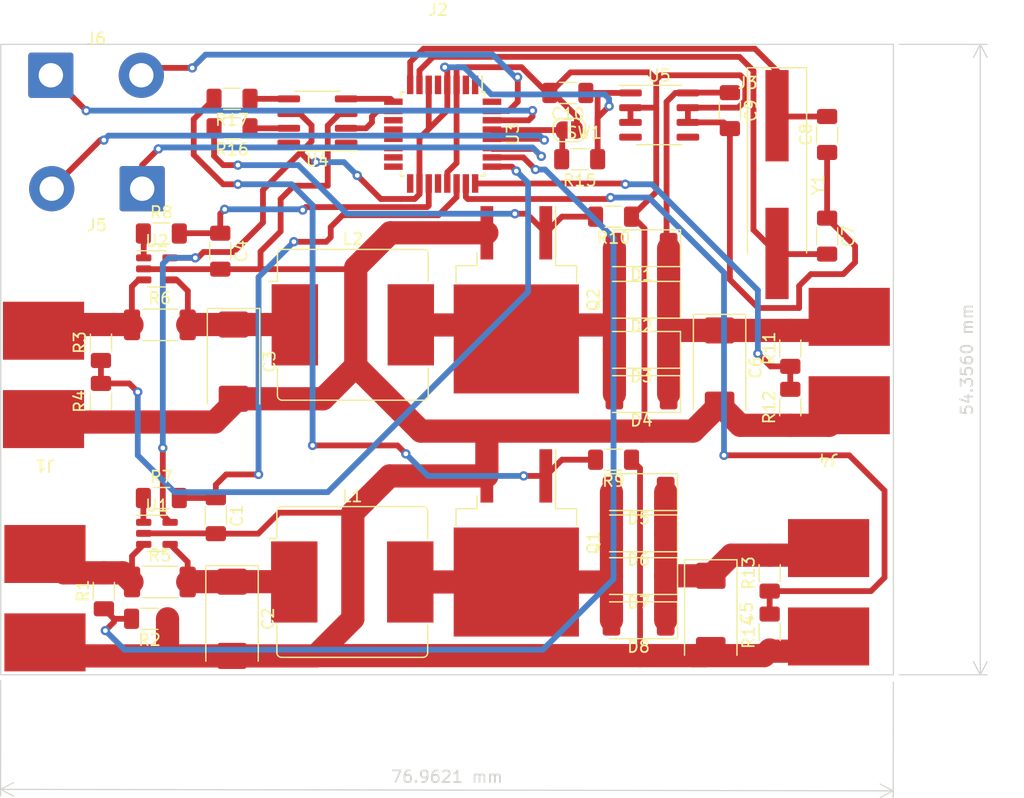
<source format=kicad_pcb>
(kicad_pcb (version 20211014) (generator pcbnew)
  (layers (0 "F.Cu" signal) (31 "B.Cu" signal) (34 "B.Paste" user) (35 "F.Paste" user) (36 "B.SilkS" user "B.Silkscreen") (37 "F.SilkS" user "F.Silkscreen") (38 "B.Mask" user) (39 "F.Mask" user) (44 "Edge.Cuts" user))
  (net 0 "")
  (net 1 "I2in")
  (net 2 "GND")
  (net 3 "Net-(C2-Pad1)")
  (net 4 "Net-(C3-Pad1)")
  (net 5 "I1in")
  (net 6 "+BATT")
  (net 7 "Net-(C7-Pad2)")
  (net 8 "Net-(C8-Pad2)")
  (net 9 "+5V")
  (net 10 "Net-(D1-Pad2)")
  (net 11 "Net-(D5-Pad2)")
  (net 12 "VCC")
  (net 13 "VAA")
  (net 14 "Net-(J5-Pad1)")
  (net 15 "Net-(J5-Pad2)")
  (net 16 "Net-(J6-Pad1)")
  (net 17 "Net-(J6-Pad2)")
  (net 18 "Mosfet2")
  (net 19 "Mosfet1")
  (net 20 "U2in")
  (net 21 "U1in")
  (net 22 "Net-(R7-Pad1)")
  (net 23 "Net-(R8-Pad1)")
  (net 24 "U1out")
  (net 25 "U2out")
  (net 26 "Net-(R15-Pad2)")
  (net 27 "Net-(R16-Pad1)")
  (net 28 "Net-(R17-Pad1)")
  (net 31 "Pulse1")
  (net 32 "Pulse2")
  (footprint "Resistor_SMD:R_2010_5025Metric_Pad1.40x2.65mm_HandSolder" (layer "F.Cu") (at 36.957 58.855)
    (fp_text reference "R6")
    (fp_text value "10m")
  )
  (footprint "Resistor_SMD:R_1206_3216Metric_Pad1.30x1.75mm_HandSolder" (layer "F.Cu") (at 43.18 39.37 180)
    (fp_text reference "R17")
    (fp_text value "300")
  )
  (footprint "Crystal:Crystal_SMD_HC49-SD_HandSoldering" (layer "F.Cu") (at 90.17 46.762 -90)
    (fp_text reference "Y1")
    (fp_text value "16.00M-SMDHC49S")
  )
  (footprint "Package_SO:SOIC-8_3.9x4.9mm_P1.27mm" (layer "F.Cu") (at 80.01 40.767)
    (fp_text reference "U5")
    (fp_text value "L78L15_SO8")
  )
  (footprint "Capacitor_Tantalum_SMD:CP_EIA-7343-15_Kemet-W_Pad2.25x2.55mm_HandSolder" (layer "F.Cu") (at 43.18 84.201 -90)
    (fp_text reference "C2")
    (fp_text value "10u")
  )
  (footprint "Diode_SMD:D_2010_5025Metric_Pad1.52x2.65mm_HandSolder" (layer "F.Cu") (at 78.232 84.328 180)
    (fp_text reference "D8")
    (fp_text value "STPS140A")
  )
  (footprint "moje:PowerPad" (layer "F.Cu") (at 26.924 59.363 180)
    (fp_text reference "J2")
    (fp_text value "In")
  )
  (footprint "Package_TO_SOT_SMD:SOT-23-5" (layer "F.Cu") (at 36.703 54.029)
    (fp_text reference "U2")
    (fp_text value "AD8211")
  )
  (footprint "Connector_Wire:SolderWire-1.5sqmm_1x02_P7.8mm_D1.7mm_OD3.9mm" (layer "F.Cu") (at 35.433 47.117 180)
    (fp_text reference "J5")
    (fp_text value "I2C")
  )
  (footprint "Resistor_SMD:R_1206_3216Metric_Pad1.30x1.75mm_HandSolder" (layer "F.Cu") (at 72.136 38.862 180)
    (fp_text reference "C10")
    (fp_text value "100n")
  )
  (footprint "Package_QFP:TQFP-32_7x7mm_P0.8mm" (layer "F.Cu") (at 61.341 42.418 -90)
    (fp_text reference "U3")
    (fp_text value "ATmega328P-A")
  )
  (footprint "Resistor_SMD:R_1206_3216Metric_Pad1.30x1.75mm_HandSolder" (layer "F.Cu") (at 32.131 81.788 90)
    (fp_text reference "R1")
    (fp_text value "715k")
  )
  (footprint "moje:PowerPad" (layer "F.Cu") (at 27.051 78.613 180)
    (fp_text reference "J1")
    (fp_text value "In")
  )
  (footprint "Resistor_SMD:R_1206_3216Metric_Pad1.30x1.75mm_HandSolder" (layer "F.Cu") (at 31.877 65.459 90)
    (fp_text reference "R4")
    (fp_text value "300k")
  )
  (footprint "Diode_SMD:D_2010_5025Metric_Pad1.52x2.65mm_HandSolder" (layer "F.Cu") (at 78.486 64.824 180)
    (fp_text reference "D4")
    (fp_text value "STPS140A")
  )
  (footprint "Inductor_SMD:L_Bourns_SRR1208_12.7x12.7mm" (layer "F.Cu") (at 53.547 81.026)
    (fp_text reference "L1")
    (fp_text value "100u")
  )
  (footprint "Resistor_SMD:R_1206_3216Metric_Pad1.30x1.75mm_HandSolder" (layer "F.Cu") (at 76.073 49.53 180)
    (fp_text reference "R10")
    (fp_text value "30k")
  )
  (footprint "Jumper:SolderJumper-2_P1.3mm_Open_RoundedPad1.0x1.5mm" (layer "F.Cu") (at 72.263 42.063)
    (fp_text reference "SW1")
    (fp_text value "SW_DIP_x01")
  )
  (footprint "Resistor_SMD:R_1206_3216Metric_Pad1.30x1.75mm_HandSolder" (layer "F.Cu") (at 43.18 41.91 180)
    (fp_text reference "R16")
    (fp_text value "300")
  )
  (footprint "moje:PowerPad" (layer "F.Cu") (at 94.615 78.105 180)
    (fp_text reference "J4")
    (fp_text value "Out")
  )
  (footprint "Diode_SMD:D_2010_5025Metric_Pad1.52x2.65mm_HandSolder" (layer "F.Cu") (at 78.232 73.279 180)
    (fp_text reference "D5")
    (fp_text value "STPS140A")
  )
  (footprint "Capacitor_Tantalum_SMD:CP_EIA-7343-15_Kemet-W_Pad2.25x2.55mm_HandSolder" (layer "F.Cu") (at 85.217 62.538 -90)
    (fp_text reference "C6")
    (fp_text value "22u")
  )
  (footprint "moje:PowerPad" (layer "F.Cu") (at 96.393 58.166 180)
    (fp_text reference "J3")
    (fp_text value "Out")
  )
  (footprint "Resistor_SMD:R_1206_3216Metric_Pad1.30x1.75mm_HandSolder" (layer "F.Cu") (at 76.073 70.485 180)
    (fp_text reference "R9")
    (fp_text value "30k")
  )
  (footprint "Inductor_SMD:L_Bourns_SRR1208_12.7x12.7mm" (layer "F.Cu") (at 53.594 58.855)
    (fp_text reference "L2")
    (fp_text value "100u")
  )
  (footprint "Package_SO:SOIC-8_3.9x4.9mm_P1.27mm" (layer "F.Cu") (at 50.546 41.275 180)
    (fp_text reference "U4")
    (fp_text value "2EDN852x")
  )
  (footprint "Capacitor_Tantalum_SMD:CP_EIA-7343-15_Kemet-W_Pad2.25x2.55mm_HandSolder" (layer "F.Cu") (at 43.307 62.03 -90)
    (fp_text reference "C3")
    (fp_text value "10u")
  )
  (footprint "Diode_SMD:D_2010_5025Metric_Pad1.52x2.65mm_HandSolder" (layer "F.Cu") (at 78.232 76.835 180)
    (fp_text reference "D6")
    (fp_text value "STPS140A")
  )
  (footprint "Diode_SMD:D_2010_5025Metric_Pad1.52x2.65mm_HandSolder" (layer "F.Cu") (at 78.486 56.696 180)
    (fp_text reference "D2")
    (fp_text value "STPS140A")
  )
  (footprint "Resistor_SMD:R_1206_3216Metric_Pad1.30x1.75mm_HandSolder" (layer "F.Cu") (at 73.152 44.577 180)
    (fp_text reference "R15")
    (fp_text value "10k")
  )
  (footprint "Resistor_SMD:R_1206_3216Metric_Pad1.30x1.75mm_HandSolder" (layer "F.Cu") (at 42.164 52.505 -90)
    (fp_text reference "C4")
    (fp_text value "100n")
  )
  (footprint "Connector_Wire:SolderWire-1.5sqmm_1x02_P7.8mm_D1.7mm_OD3.9mm" (layer "F.Cu") (at 27.559 37.338)
    (fp_text reference "J6")
    (fp_text value "UART")
  )
  (footprint "Resistor_SMD:R_1206_3216Metric_Pad1.30x1.75mm_HandSolder" (layer "F.Cu") (at 94.488 42.444 90)
    (fp_text reference "C8")
    (fp_text value "10p")
  )
  (footprint "Package_TO_SOT_SMD:SOT-23-5" (layer "F.Cu") (at 36.703 76.835)
    (fp_text reference "U1")
    (fp_text value "AD8211")
  )
  (footprint "Capacitor_Tantalum_SMD:CP_EIA-7343-15_Kemet-W_Pad2.25x2.55mm_HandSolder" (layer "F.Cu") (at 84.455 83.693 -90)
    (fp_text reference "C5")
    (fp_text value "22u")
  )
  (footprint "Resistor_SMD:R_1206_3216Metric_Pad1.30x1.75mm_HandSolder" (layer "F.Cu") (at 89.535 80.264 90)
    (fp_text reference "R13")
    (fp_text value "715k")
  )
  (footprint "Diode_SMD:D_2010_5025Metric_Pad1.52x2.65mm_HandSolder" (layer "F.Cu") (at 78.232 80.518 180)
    (fp_text reference "D7")
    (fp_text value "STPS140A")
  )
  (footprint "Resistor_SMD:R_2010_5025Metric_Pad1.40x2.65mm_HandSolder" (layer "F.Cu") (at 36.957 81.026)
    (fp_text reference "R5")
    (fp_text value "10m")
  )
  (footprint "Package_TO_SOT_SMD:TO-263-2" (layer "F.Cu") (at 67.691 56.696 -90)
    (fp_text reference "Q2")
    (fp_text value "IRLR2705TRPBF")
  )
  (footprint "Resistor_SMD:R_1206_3216Metric_Pad1.30x1.75mm_HandSolder" (layer "F.Cu") (at 37.084 50.981)
    (fp_text reference "R8")
    (fp_text value "10k")
  )
  (footprint "Resistor_SMD:R_1206_3216Metric_Pad1.30x1.75mm_HandSolder" (layer "F.Cu") (at 41.783 75.311 -90)
    (fp_text reference "C1")
    (fp_text value "100n")
  )
  (footprint "Resistor_SMD:R_1206_3216Metric_Pad1.30x1.75mm_HandSolder" (layer "F.Cu") (at 86.106 40.386 -90)
    (fp_text reference "C9")
    (fp_text value "330n")
  )
  (footprint "Resistor_SMD:R_1206_3216Metric_Pad1.30x1.75mm_HandSolder" (layer "F.Cu") (at 31.877 60.379 90)
    (fp_text reference "R3")
    (fp_text value "715k")
  )
  (footprint "Resistor_SMD:R_1206_3216Metric_Pad1.30x1.75mm_HandSolder" (layer "F.Cu") (at 89.535 85.344 90)
    (fp_text reference "R14")
    (fp_text value "300k")
  )
  (footprint "Resistor_SMD:R_1206_3216Metric_Pad1.30x1.75mm_HandSolder" (layer "F.Cu") (at 91.313 65.967 90)
    (fp_text reference "R12")
    (fp_text value "300k")
  )
  (footprint "Package_TO_SOT_SMD:TO-263-2" (layer "F.Cu") (at 67.691 77.657 -90)
    (fp_text reference "Q1")
    (fp_text value "IRLR2705TRPBF")
  )
  (footprint "Resistor_SMD:R_1206_3216Metric_Pad1.30x1.75mm_HandSolder" (layer "F.Cu") (at 37.084 73.787)
    (fp_text reference "R7")
    (fp_text value "10k")
  )
  (footprint "Resistor_SMD:R_1206_3216Metric_Pad1.30x1.75mm_HandSolder" (layer "F.Cu") (at 36.068 84.201 180)
    (fp_text reference "R2")
    (fp_text value "300k")
  )
  (footprint "Resistor_SMD:R_1206_3216Metric_Pad1.30x1.75mm_HandSolder" (layer "F.Cu") (at 94.488 51.207 -90)
    (fp_text reference "C7")
    (fp_text value "10p")
  )
  (footprint "Resistor_SMD:R_1206_3216Metric_Pad1.30x1.75mm_HandSolder" (layer "F.Cu") (at 91.313 60.887 90)
    (fp_text reference "R11")
    (fp_text value "715k")
  )
  (footprint "Diode_SMD:D_2010_5025Metric_Pad1.52x2.65mm_HandSolder" (layer "F.Cu") (at 78.486 61.014 180)
    (fp_text reference "D3")
    (fp_text value "STPS140A")
  )
  (footprint "Diode_SMD:D_2010_5025Metric_Pad1.52x2.65mm_HandSolder" (layer "F.Cu") (at 78.486 52.251 180)
    (fp_text reference "D1")
    (fp_text value "STPS140A")
  )
  (gr_rect (start 23.241 89.027) (end 100.203 34.671) (layer "Edge.Cuts") (width 0.1) (fill none))
  (dimension (type aligned) (layer "Edge.Cuts") (pts (xy 100.203 89.154) (xy 23.241 89.027)) (height -9.880838) (gr_text "76,9621 mm" (at 61.707593 97.821327 -0.09454740513) (layer "Edge.Cuts") (effects (font (size 1 1) (thickness 0.15)))) (format (units 3) (units_format 1) (precision 4)) (style (thickness 0.1) (arrow_length 1.27) (text_position_mode 0) (extension_height 0.58642) (extension_offset 0.5) keep_text_aligned))
  (dimension (type aligned) (layer "Edge.Cuts") (pts (xy 100.203 89.027) (xy 100.203 34.671)) (height 7.493) (gr_text "54,3560 mm" (at 106.546 61.849 90) (layer "Edge.Cuts") (effects (font (size 1 1) (thickness 0.15)))) (format (units 3) (units_format 1) (precision 4)) (style (thickness 0.1) (arrow_length 1.27) (text_position_mode 0) (extension_height 0.58642) (extension_offset 0.5) keep_text_aligned))
  (segment (start 42.672 71.755) (end 41.783 72.644) (width 0.5) (layer "F.Cu") (net 1))
  (segment (start 41.757 73.787) (end 41.783 73.761) (width 0.5) (layer "F.Cu") (net 1))
  (segment (start 51.3005 51.6965) (end 51.689 51.308) (width 0.5) (layer "F.Cu") (net 1))
  (segment (start 62.541 47.843) (end 62.541 46.668) (width 0.5) (layer "F.Cu") (net 1))
  (segment (start 38.634 73.787) (end 41.757 73.787) (width 0.5) (layer "F.Cu") (net 1))
  (segment (start 51.689 51.308) (end 51.689 50.419) (width 0.5) (layer "F.Cu") (net 1))
  (segment (start 52.705 49.403) (end 60.981 49.403) (width 0.5) (layer "F.Cu") (net 1))
  (segment (start 60.981 49.403) (end 62.541 47.843) (width 0.5) (layer "F.Cu") (net 1))
  (segment (start 48.5215 51.6965) (end 51.3005 51.6965) (width 0.5) (layer "F.Cu") (net 1))
  (segment (start 41.783 72.644) (end 41.783 73.761) (width 0.5) (layer "F.Cu") (net 1))
  (segment (start 51.689 50.419) (end 52.705 49.403) (width 0.5) (layer "F.Cu") (net 1))
  (segment (start 45.466 71.755) (end 42.672 71.755) (width 0.5) (layer "F.Cu") (net 1))
  (segment (start 48.514 51.689) (end 48.5215 51.6965) (width 0.5) (layer "F.Cu") (net 1))
  (via (at 45.466 71.755) (size 0.8) (drill 0.4) (layers "F.Cu" "B.Cu") (net 1))
  (via (at 48.514 51.689) (size 0.8) (drill 0.4) (layers "F.Cu" "B.Cu") (net 1))
  (segment (start 45.466 54.737) (end 48.514 51.689) (width 0.5) (layer "B.Cu") (net 1))
  (segment (start 45.466 71.755) (end 45.466 54.737) (width 0.5) (layer "B.Cu") (net 1))
  (segment (start 72.913 40.909) (end 70.866 38.862) (width 0.5) (layer "F.Cu") (net 2))
  (segment (start 83.972 87.376) (end 82.931 87.376) (width 2) (layer "F.Cu") (net 2))
  (segment (start 82.931 87.376) (end 89.053 87.376) (width 2) (layer "F.Cu") (net 2))
  (segment (start 53.848 53.902) (end 56.829 50.921) (width 2) (layer "F.Cu") (net 2))
  (segment (start 51.435 41.672472) (end 51.435 46.863) (width 0.5) (layer "F.Cu") (net 2))
  (segment (start 35.5655 76.835) (end 41.757 76.835) (width 0.5) (layer "F.Cu") (net 2))
  (segment (start 42.164 54.055) (end 45.64 54.055) (width 0.5) (layer "F.Cu") (net 2))
  (segment (start 77.623 49.53) (end 77.724 49.53) (width 0.5) (layer "F.Cu") (net 2))
  (segment (start 82.485 41.402) (end 82.485 40.132) (width 0.5) (layer "F.Cu") (net 2))
  (segment (start 86.106 54.95605) (end 86.106 41.936) (width 0.5) (layer "F.Cu") (net 2))
  (segment (start 70.586 38.862) (end 70.358 38.862) (width 0.5) (layer "F.Cu") (net 2))
  (segment (start 79.756 40.132) (end 79.756 37.719) (width 0.5) (layer "F.Cu") (net 2))
  (segment (start 82.931 87.376) (end 78.359 87.376) (width 2) (layer "F.Cu") (net 2))
  (segment (start 37.618 84.201) (end 37.618 87.223) (width 2) (layer "F.Cu") (net 2))
  (segment (start 41.783 76.861) (end 45.44 76.861) (width 0.5) (layer "F.Cu") (net 2))
  (segment (start 35.5915 54.055) (end 35.5655 54.029) (width 0.5) (layer "F.Cu") (net 2))
  (segment (start 78.359 71.221) (end 78.359 87.376) (width 0.5) (layer "F.Cu") (net 2))
  (segment (start 42.164 54.055) (end 35.5915 54.055) (width 0.5) (layer "F.Cu") (net 2))
  (segment (start 62.541 44.901) (end 61.741 45.701) (width 0.5) (layer "F.Cu") (net 2))
  (segment (start 86.996 67.517) (end 85.217 65.738) (width 2) (layer "F.Cu") (net 2))
  (segment (start 88.55395 57.404) (end 86.106 54.95605) (width 0.5) (layer "F.Cu") (net 2))
  (segment (start 87.431 39.569) (end 87.431 37.774) (width 0.5) (layer "F.Cu") (net 2))
  (segment (start 53.594 75.057) (end 56.769 71.882) (width 2) (layer "F.Cu") (net 2))
  (segment (start 91.313 67.517) (end 86.996 67.517) (width 2) (layer "F.Cu") (net 2))
  (segment (start 79.756 47.397) (end 77.623 49.53) (width 0.5) (layer "F.Cu") (net 2))
  (segment (start 96.901 52.07) (end 96.901 53.467) (width 0.5) (layer "F.Cu") (net 2))
  (segment (start 43.688 87.401) (end 37.44 87.401) (width 2) (layer "F.Cu") (net 2))
  (segment (start 77.724 49.53) (end 78.74 50.546) (width 0.5) (layer "F.Cu") (net 2))
  (segment (start 50.394 87.401) (end 53.594 84.201) (width 2) (layer "F.Cu") (net 2))
  (segment (start 79.756 40.132) (end 79.756 47.397) (width 0.5) (layer "F.Cu") (net 2))
  (segment (start 87.431 37.774) (end 86.995 37.338) (width 0.5) (layer "F.Cu") (net 2))
  (segment (start 48.514 46.863) (end 47.371 48.006) (width 0.5) (layer "F.Cu") (net 2))
  (segment (start 78.74 67.818) (end 78.541 68.017) (width 0.5) (layer "F.Cu") (net 2))
  (segment (start 82.485 41.402) (end 85.572 41.402) (width 0.5) (layer "F.Cu") (net 2))
  (segment (start 53.021 40.64) (end 52.467472 40.64) (width 0.5) (layer "F.Cu") (net 2))
  (segment (start 84.455 86.893) (end 83.972 87.376) (width 2) (layer "F.Cu") (net 2))
  (segment (start 89.053 87.376) (end 89.535 86.894) (width 2) (layer "F.Cu") (net 2))
  (segment (start 87.332949 39.624) (end 87.376 39.624) (width 0.5) (layer "F.Cu") (net 2))
  (segment (start 94.662 67.517) (end 96.393 65.786) (width 2) (layer "F.Cu") (net 2))
  (segment (start 89.636 86.995) (end 89.535 86.894) (width 2) (layer "F.Cu") (net 2))
  (segment (start 65.151 71.882) (end 65.151 68.072) (width 2) (layer "F.Cu") (net 2))
  (segment (start 56.769 71.882) (end 65.151 71.882) (width 2) (layer "F.Cu") (net 2))
  (segment (start 65.096 68.017) (end 59.454 68.017) (width 2) (layer "F.Cu") (net 2))
  (segment (start 92.075 57.404) (end 88.55395 57.404) (width 0.5) (layer "F.Cu") (net 2))
  (segment (start 43.688 65.23) (end 51.029 65.23) (width 2) (layer "F.Cu") (net 2))
  (segment (start 43.688 87.401) (end 50.394 87.401) (width 2) (layer "F.Cu") (net 2))
  (segment (start 82.485 40.132) (end 86.824949 40.132) (width 0.5) (layer "F.Cu") (net 2))
  (segment (start 50.419 87.376) (end 50.394 87.401) (width 2) (layer "F.Cu") (net 2))
  (segment (start 28.219 87.401) (end 27.051 86.233) (width 2) (layer "F.Cu") (net 2))
  (segment (start 80.137 37.338) (end 79.756 37.719) (width 0.5) (layer "F.Cu") (net 2))
  (segment (start 77.535 41.402) (end 77.535 40.132) (width 0.5) (layer "F.Cu") (net 2))
  (segment (start 85.572 41.402) (end 86.106 41.936) (width 0.5) (layer "F.Cu") (net 2))
  (segment (start 53.594 84.201) (end 53.594 75.057) (width 2) (layer "F.Cu") (net 2))
  (segment (start 45.44 76.861) (end 47.244 75.057) (width 0.5) (layer "F.Cu") (net 2))
  (segment (start 37.618 87.223) (end 37.44 87.401) (width 2) (layer "F.Cu") (net 2))
  (segment (start 62.541 38.168) (end 62.541 44.901) (width 0.5) (layer "F.Cu") (net 2))
  (segment (start 41.681 67.237) (end 43.688 65.23) (width 2) (layer "F.Cu") (net 2))
  (segment (start 52.467472 40.64) (end 51.435 41.672472) (width 0.5) (layer "F.Cu") (net 2))
  (segment (start 72.913 42.063) (end 72.913 40.909) (width 0.5) (layer "F.Cu") (net 2))
  (segment (start 53.695 54.055) (end 53.848 53.902) (width 0.5) (layer "F.Cu") (net 2))
  (segment (start 62.611 36.641) (end 62.541 36.711) (width 0.5) (layer "F.Cu") (net 2))
  (segment (start 65.151 68.072) (end 65.096 68.017) (width 2) (layer "F.Cu") (net 2))
  (segment (start 94.488 43.994) (end 94.488 49.657) (width 0.5) (layer "F.Cu") (net 2))
  (segment (start 45.64 52.531) (end 45.64 54.055) (width 0.5) (layer "F.Cu") (net 2))
  (segment (start 61.741 45.701) (end 61.741 46.668) (width 0.5) (layer "F.Cu") (net 2))
  (segment (start 37.44 87.401) (end 28.219 87.401) (width 2) (layer "F.Cu") (net 2))
  (segment (start 96.266 86.995) (end 89.636 86.995) (width 2) (layer "F.Cu") (net 2))
  (segment (start 78.541 68.017) (end 65.096 68.017) (width 2) (layer "F.Cu") (net 2))
  (segment (start 59.454 68.017) (end 53.848 62.411) (width 2) (layer "F.Cu") (net 2))
  (segment (start 51.029 65.23) (end 53.848 62.411) (width 2) (layer "F.Cu") (net 2))
  (segment (start 79.756 37.719) (end 79.121 37.084) (width 0.5) (layer "F.Cu") (net 2))
  (segment (start 62.541 36.711) (end 62.541 38.168) (width 0.5) (layer "F.Cu") (net 2))
  (segment (start 47.244 75.057) (end 53.594 75.057) (width 0.5) (layer "F.Cu") (net 2))
  (segment (start 87.376 39.624) (end 87.431 39.569) (width 0.5) (layer "F.Cu") (net 2))
  (segment (start 47.371 50.8) (end 45.64 52.531) (width 0.5) (layer "F.Cu") (net 2))
  (segment (start 41.757 76.835) (end 41.783 76.861) (width 0.5) (layer "F.Cu") (net 2))
  (segment (start 82.938 68.017) (end 78.541 68.017) (width 2) (layer "F.Cu") (net 2))
  (segment (start 53.848 62.411) (end 53.848 53.902) (width 2) (layer "F.Cu") (net 2))
  (segment (start 85.217 65.738) (end 82.938 68.017) (width 2) (layer "F.Cu") (net 2))
  (segment (start 93.091 54.483) (end 92.075 55.499) (width 0.5) (layer "F.Cu") (net 2))
  (segment (start 86.995 37.338) (end 80.137 37.338) (width 0.5) (layer "F.Cu") (net 2))
  (segment (start 77.535 40.132) (end 79.756 40.132) (width 0.5) (layer "F.Cu") (net 2))
  (segment (start 91.313 67.517) (end 94.662 67.517) (width 2) (layer "F.Cu") (net 2))
  (segment (start 47.371 48.006) (end 47.371 50.8) (width 0.5) (layer "F.Cu") (net 2))
  (segment (start 77.623 70.485) (end 78.359 71.221) (width 0.5) (layer "F.Cu") (net 2))
  (segment (start 78.359 87.376) (end 50.419 87.376) (width 2) (layer "F.Cu") (net 2))
  (segment (start 56.829 50.921) (end 65.151 50.921) (width 2) (layer "F.Cu") (net 2))
  (segment (start 68.137 36.641) (end 62.611 36.641) (width 0.5) (layer "F.Cu") (net 2))
  (segment (start 79.121 37.084) (end 72.364 37.084) (width 0.5) (layer "F.Cu") (net 2))
  (segment (start 45.64 54.055) (end 53.695 54.055) (width 0.5) (layer "F.Cu") (net 2))
  (segment (start 94.488 49.657) (end 96.901 52.07) (width 0.5) (layer "F.Cu") (net 2))
  (segment (start 65.125 50.895) (end 65.151 50.921) (width 0.5) (layer "F.Cu") (net 2))
  (segment (start 30.327 67.237) (end 41.681 67.237) (width 2) (layer "F.Cu") (net 2))
  (segment (start 96.901 53.467) (end 95.885 54.483) (width 0.5) (layer "F.Cu") (net 2))
  (segment (start 70.866 38.862) (end 70.586 38.862) (width 0.5) (layer "F.Cu") (net 2))
  (segment (start 86.824949 40.132) (end 87.332949 39.624) (width 0.5) (layer "F.Cu") (net 2))
  (segment (start 70.358 38.862) (end 68.137 36.641) (width 0.5) (layer "F.Cu") (net 2))
  (segment (start 72.364 37.084) (end 70.586 38.862) (width 0.5) (layer "F.Cu") (net 2))
  (segment (start 95.885 54.483) (end 93.091 54.483) (width 0.5) (layer "F.Cu") (net 2))
  (segment (start 51.435 46.863) (end 48.514 46.863) (width 0.5) (layer "F.Cu") (net 2))
  (segment (start 78.74 50.546) (end 78.74 67.818) (width 0.5) (layer "F.Cu") (net 2))
  (segment (start 92.075 55.499) (end 92.075 57.404) (width 0.5) (layer "F.Cu") (net 2))
  (segment (start 39.357 79.3015) (end 37.8405 77.785) (width 0.5) (layer "F.Cu") (net 3))
  (segment (start 48.522 81.001) (end 48.547 81.026) (width 2) (layer "F.Cu") (net 3))
  (segment (start 43.688 81.001) (end 39.382 81.001) (width 2) (layer "F.Cu") (net 3))
  (segment (start 39.357 81.026) (end 39.357 79.3015) (width 0.5) (layer "F.Cu") (net 3))
  (segment (start 43.688 81.001) (end 48.522 81.001) (width 2) (layer "F.Cu") (net 3))
  (segment (start 39.382 81.001) (end 39.357 81.026) (width 2) (layer "F.Cu") (net 3))
  (segment (start 43.663 81.026) (end 43.688 81.001) (width 2) (layer "F.Cu") (net 3))
  (segment (start 48.569 58.83) (end 48.594 58.855) (width 2) (layer "F.Cu") (net 4))
  (segment (start 43.688 58.83) (end 48.569 58.83) (width 2) (layer "F.Cu") (net 4))
  (segment (start 39.37 55.934) (end 39.37 58.842) (width 0.5) (layer "F.Cu") (net 4))
  (segment (start 43.688 58.83) (end 39.382 58.83) (width 2) (layer "F.Cu") (net 4))
  (segment (start 39.382 58.83) (end 39.357 58.855) (width 2) (layer "F.Cu") (net 4))
  (segment (start 38.415 54.979) (end 39.37 55.934) (width 0.5) (layer "F.Cu") (net 4))
  (segment (start 37.8405 54.979) (end 38.415 54.979) (width 0.5) (layer "F.Cu") (net 4))
  (segment (start 39.37 58.842) (end 39.357 58.855) (width 0.5) (layer "F.Cu") (net 4))
  (segment (start 60.141 48.571) (end 60.141 46.668) (width 0.5) (layer "F.Cu") (net 5))
  (segment (start 42.164 50.955) (end 38.66 50.955) (width 0.5) (layer "F.Cu") (net 5))
  (segment (start 42.545 48.895) (end 42.164 49.276) (width 0.5) (layer "F.Cu") (net 5))
  (segment (start 38.66 50.955) (end 38.634 50.981) (width 0.5) (layer "F.Cu") (net 5))
  (segment (start 49.531647 48.703) (end 60.009 48.703) (width 0.5) (layer "F.Cu") (net 5))
  (segment (start 60.009 48.703) (end 60.141 48.571) (width 0.5) (layer "F.Cu") (net 5))
  (segment (start 42.164 49.276) (end 42.164 50.955) (width 0.5) (layer "F.Cu") (net 5))
  (segment (start 49.2765 48.958147) (end 49.531647 48.703) (width 0.5) (layer "F.Cu") (net 5))
  (via (at 42.545 48.895) (size 0.8) (drill 0.4) (layers "F.Cu" "B.Cu") (net 5))
  (via (at 49.2765 48.958147) (size 0.8) (drill 0.4) (layers "F.Cu" "B.Cu") (net 5))
  (segment (start 42.545 48.895) (end 49.213353 48.895) (width 0.5) (layer "B.Cu") (net 5))
  (segment (start 49.213353 48.895) (end 49.2765 48.958147) (width 0.5) (layer "B.Cu") (net 5))
  (segment (start 84.455 80.493) (end 80.5945 80.493) (width 2) (layer "F.Cu") (net 6))
  (segment (start 81.407 38.862) (end 80.645 39.624) (width 0.5) (layer "F.Cu") (net 6))
  (segment (start 85.218 59.337) (end 85.217 59.338) (width 2) (layer "F.Cu") (net 6))
  (segment (start 95.605 78.714) (end 96.266 79.375) (width 2) (layer "F.Cu") (net 6))
  (segment (start 80.8235 61.014) (end 80.8235 64.824) (width 2) (layer "F.Cu") (net 6))
  (segment (start 91.313 59.337) (end 85.218 59.337) (width 2) (layer "F.Cu") (net 6))
  (segment (start 80.5945 80.493) (end 80.5695 80.518) (width 2) (layer "F.Cu") (net 6))
  (segment (start 86.234 78.714) (end 84.455 80.493) (width 2) (layer "F.Cu") (net 6))
  (segment (start 86.106 38.836) (end 82.511 38.836) (width 0.5) (layer "F.Cu") (net 6))
  (segment (start 80.8235 56.696) (end 80.8235 59.0335) (width 2) (layer "F.Cu") (net 6))
  (segment (start 80.645 52.0725) (end 80.8235 52.251) (width 0.5) (layer "F.Cu") (net 6))
  (segment (start 80.8235 59.0335) (end 80.8235 61.014) (width 2) (layer "F.Cu") (net 6))
  (segment (start 80.645 39.624) (end 80.645 52.0725) (width 0.5) (layer "F.Cu") (net 6))
  (segment (start 81.128 59.338) (end 80.8235 59.0335) (width 2) (layer "F.Cu") (net 6))
  (segment (start 80.5695 80.518) (end 80.5695 84.328) (width 2) (layer "F.Cu") (net 6))
  (segment (start 80.5695 73.279) (end 80.5695 76.835) (width 2) (layer "F.Cu") (net 6))
  (segment (start 91.313 59.337) (end 95.222 59.337) (width 2) (layer "F.Cu") (net 6))
  (segment (start 80.8235 52.251) (end 80.8235 56.696) (width 2) (layer "F.Cu") (net 6))
  (segment (start 89.535 78.714) (end 95.605 78.714) (width 2) (layer "F.Cu") (net 6))
  (segment (start 82.511 38.836) (end 82.485 38.862) (width 0.5) (layer "F.Cu") (net 6))
  (segment (start 89.535 78.714) (end 86.234 78.714) (width 2) (layer "F.Cu") (net 6))
  (segment (start 80.5695 76.835) (end 80.5695 80.518) (width 2) (layer "F.Cu") (net 6))
  (segment (start 85.217 59.338) (end 81.128 59.338) (width 2) (layer "F.Cu") (net 6))
  (segment (start 82.485 38.862) (end 81.407 38.862) (width 0.5) (layer "F.Cu") (net 6))
  (segment (start 95.222 59.337) (end 96.393 58.166) (width 2) (layer "F.Cu") (net 6))
  (segment (start 88.138 36.957) (end 88.138 50.6675) (width 0.5) (layer "F.Cu") (net 7))
  (segment (start 59.341 36.925) (end 60.514 35.752) (width 0.5) (layer "F.Cu") (net 7))
  (segment (start 86.933 35.752) (end 88.138 36.957) (width 0.5) (layer "F.Cu") (net 7))
  (segment (start 88.138 50.6675) (end 90.17 52.6995) (width 0.5) (layer "F.Cu") (net 7))
  (segment (start 90.2275 52.757) (end 90.17 52.6995) (width 0.5) (layer "F.Cu") (net 7))
  (segment (start 59.341 38.168) (end 59.341 36.925) (width 0.5) (layer "F.Cu") (net 7))
  (segment (start 94.488 52.757) (end 90.2275 52.757) (width 0.5) (layer "F.Cu") (net 7))
  (segment (start 60.514 35.752) (end 86.933 35.752) (width 0.5) (layer "F.Cu") (net 7))
  (segment (start 90.17 40.8245) (end 90.17 36.957) (width 0.5) (layer "F.Cu") (net 8))
  (segment (start 59.69 35.052) (end 58.541 36.201) (width 0.5) (layer "F.Cu") (net 8))
  (segment (start 90.2395 40.894) (end 90.17 40.8245) (width 0.5) (layer "F.Cu") (net 8))
  (segment (start 94.488 40.894) (end 90.2395 40.894) (width 0.5) (layer "F.Cu") (net 8))
  (segment (start 90.17 36.957) (end 88.265 35.052) (width 0.5) (layer "F.Cu") (net 8))
  (segment (start 88.265 35.052) (end 59.69 35.052) (width 0.5) (layer "F.Cu") (net 8))
  (segment (start 58.541 36.201) (end 58.541 38.168) (width 0.5) (layer "F.Cu") (net 8))
  (segment (start 59.055 47.879) (end 58.931 48.003) (width 0.5) (layer "F.Cu") (net 9))
  (segment (start 45.847 50.038) (end 45.847 47.227528) (width 0.5) (layer "F.Cu") (net 9))
  (segment (start 40.726051 52.578) (end 43.307 52.578) (width 0.5) (layer "F.Cu") (net 9))
  (segment (start 37.8405 53.079) (end 40.012 53.079) (width 0.5) (layer "F.Cu") (net 9))
  (segment (start 49.077264 43.997264) (end 49.911 44.831) (width 0.5) (layer "F.Cu") (net 9))
  (segment (start 74.702 44.577) (end 74.702 41.682) (width 0.5) (layer "F.Cu") (net 9))
  (segment (start 73.813 38.862) (end 73.787 38.836) (width 0.5) (layer "F.Cu") (net 9))
  (segment (start 77.535 38.862) (end 74.803 38.862) (width 0.5) (layer "F.Cu") (net 9))
  (segment (start 59.341 47.593) (end 59.055 47.879) (width 0.5) (layer "F.Cu") (net 9))
  (segment (start 61.741 38.168) (end 61.741 40.367) (width 0.5) (layer "F.Cu") (net 9))
  (segment (start 74.702 40.995) (end 74.702 41.682) (width 0.5) (layer "F.Cu") (net 9))
  (segment (start 45.847 47.227528) (end 49.077264 43.997264) (width 0.5) (layer "F.Cu") (net 9))
  (segment (start 49.911 44.831) (end 50.419 44.831) (width 0.5) (layer "F.Cu") (net 9))
  (segment (start 40.225051 53.079) (end 40.726051 52.578) (width 0.5) (layer "F.Cu") (net 9))
  (segment (start 56.004 48.003) (end 53.975 45.974) (width 0.5) (layer "F.Cu") (net 9))
  (segment (start 37.211 75.2555) (end 37.211 69.469) (width 0.5) (layer "F.Cu") (net 9))
  (segment (start 49.022 40.64) (end 48.071 40.64) (width 0.5) (layer "F.Cu") (net 9))
  (segment (start 61.741 36.868) (end 61.522 36.649) (width 0.5) (layer "F.Cu") (net 9))
  (segment (start 60.141 38.168) (end 60.141 41.967) (width 0.5) (layer "F.Cu") (net 9))
  (segment (start 61.522 36.649) (end 61.449 36.576) (width 0.5) (layer "F.Cu") (net 9))
  (segment (start 75.692 40.005) (end 74.702 40.995) (width 0.5) (layer "F.Cu") (net 9))
  (segment (start 74.702 38.963) (end 74.803 38.862) (width 0.5) (layer "F.Cu") (net 9))
  (segment (start 74.803 38.862) (end 73.813 38.862) (width 0.5) (layer "F.Cu") (net 9))
  (segment (start 57.785 48.003) (end 56.004 48.003) (width 0.5) (layer "F.Cu") (net 9))
  (segment (start 50.038 43.036528) (end 50.038 41.656) (width 0.5) (layer "F.Cu") (net 9))
  (segment (start 58.931 48.003) (end 57.785 48.003) (width 0.5) (layer "F.Cu") (net 9))
  (segment (start 37.8405 75.885) (end 37.211 75.2555) (width 0.5) (layer "F.Cu") (net 9))
  (segment (start 74.702 41.682) (end 74.702 38.963) (width 0.5) (layer "F.Cu") (net 9))
  (segment (start 43.307 52.578) (end 45.847 50.038) (width 0.5) (layer "F.Cu") (net 9))
  (segment (start 50.038 41.656) (end 49.022 40.64) (width 0.5) (layer "F.Cu") (net 9))
  (segment (start 59.341 42.767) (end 59.341 46.668) (width 0.5) (layer "F.Cu") (net 9))
  (segment (start 49.077264 43.997264) (end 50.038 43.036528) (width 0.5) (layer "F.Cu") (net 9))
  (segment (start 61.741 38.168) (end 61.741 36.868) (width 0.5) (layer "F.Cu") (net 9))
  (segment (start 59.341 46.668) (end 59.341 47.593) (width 0.5) (layer "F.Cu") (net 9))
  (segment (start 61.741 40.367) (end 60.141 41.967) (width 0.5) (layer "F.Cu") (net 9))
  (segment (start 60.141 41.967) (end 59.341 42.767) (width 0.5) (layer "F.Cu") (net 9))
  (segment (start 40.012 53.079) (end 40.225051 53.079) (width 0.5) (layer "F.Cu") (net 9))
  (via (at 61.522 36.649) (size 0.8) (drill 0.4) (layers "F.Cu" "B.Cu") (net 9))
  (via (at 53.975 45.974) (size 0.8) (drill 0.4) (layers "F.Cu" "B.Cu") (net 9))
  (via (at 61.522 36.649) (size 0.8) (drill 0.4) (layers "F.Cu" "B.Cu") (net 9))
  (via (at 40.012 53.079) (size 0.8) (drill 0.4) (layers "F.Cu" "B.Cu") (net 9))
  (via (at 50.419 44.831) (size 0.8) (drill 0.4) (layers "F.Cu" "B.Cu") (net 9))
  (via (at 75.692 40.005) (size 0.8) (drill 0.4) (layers "F.Cu" "B.Cu") (net 9))
  (via (at 37.211 69.469) (size 0.8) (drill 0.4) (layers "F.Cu" "B.Cu") (net 9))
  (segment (start 50.419 44.831) (end 52.832 44.831) (width 0.5) (layer "B.Cu") (net 9))
  (segment (start 65.532 38.989) (end 75.311 38.989) (width 0.5) (layer "B.Cu") (net 9))
  (segment (start 63.192 36.649) (end 65.532 38.989) (width 0.5) (layer "B.Cu") (net 9))
  (segment (start 37.211 53.594) (end 37.211 69.469) (width 0.5) (layer "B.Cu") (net 9))
  (segment (start 40.012 53.079) (end 37.726 53.079) (width 0.5) (layer "B.Cu") (net 9))
  (segment (start 75.311 38.989) (end 75.692 39.37) (width 0.5) (layer "B.Cu") (net 9))
  (segment (start 52.832 44.831) (end 53.975 45.974) (width 0.5) (layer "B.Cu") (net 9))
  (segment (start 61.522 36.649) (end 63.192 36.649) (width 0.5) (layer "B.Cu") (net 9))
  (segment (start 37.726 53.079) (end 37.211 53.594) (width 0.5) (layer "B.Cu") (net 9))
  (segment (start 75.692 39.37) (end 75.692 40.005) (width 0.5) (layer "B.Cu") (net 9))
  (segment (start 67.71 58.867) (end 58.606 58.867) (width 2) (layer "F.Cu") (net 10))
  (segment (start 58.606 58.867) (end 58.594 58.855) (width 2) (layer "F.Cu") (net 10))
  (segment (start 76.1485 58.8035) (end 76.1485 61.014) (width 2) (layer "F.Cu") (net 10))
  (segment (start 76.1485 64.824) (end 76.1485 61.014) (width 2) (layer "F.Cu") (net 10))
  (segment (start 67.71 58.867) (end 76.085 58.867) (width 2) (layer "F.Cu") (net 10))
  (segment (start 76.1485 56.696) (end 76.1485 58.8035) (width 2) (layer "F.Cu") (net 10))
  (segment (start 76.085 58.867) (end 76.1485 58.8035) (width 2) (layer "F.Cu") (net 10))
  (segment (start 76.1485 52.251) (end 76.1485 56.696) (width 2) (layer "F.Cu") (net 10))
  (segment (start 75.3805 81.032) (end 75.8945 80.518) (width 2) (layer "F.Cu") (net 11))
  (segment (start 75.8945 80.518) (end 75.8945 84.328) (width 2) (layer "F.Cu") (net 11))
  (segment (start 75.8945 73.279) (end 75.8945 76.835) (width 2) (layer "F.Cu") (net 11))
  (segment (start 67.691 81.032) (end 75.3805 81.032) (width 2) (layer "F.Cu") (net 11))
  (segment (start 58.547 81.026) (end 67.685 81.026) (width 2) (layer "F.Cu") (net 11))
  (segment (start 67.685 81.026) (end 67.691 81.032) (width 2) (layer "F.Cu") (net 11))
  (segment (start 75.8945 76.835) (end 75.8945 80.518) (width 2) (layer "F.Cu") (net 11))
  (segment (start 34.557 78.7935) (end 35.5655 77.785) (width 0.5) (layer "F.Cu") (net 12))
  (segment (start 32.131 80.238) (end 28.676 80.238) (width 2) (layer "F.Cu") (net 12))
  (segment (start 33.769 80.238) (end 34.557 81.026) (width 2) (layer "F.Cu") (net 12))
  (segment (start 32.131 80.238) (end 33.769 80.238) (width 2) (layer "F.Cu") (net 12))
  (segment (start 34.557 81.026) (end 34.557 78.7935) (width 0.5) (layer "F.Cu") (net 12))
  (segment (start 28.676 80.238) (end 27.051 78.613) (width 2) (layer "F.Cu") (net 12))
  (segment (start 35.118 54.979) (end 34.544 55.553) (width 0.5) (layer "F.Cu") (net 13))
  (segment (start 30.073 58.855) (end 30.099 58.829) (width 2) (layer "F.Cu") (net 13))
  (segment (start 35.5655 54.979) (end 35.118 54.979) (width 0.5) (layer "F.Cu") (net 13))
  (segment (start 34.544 55.553) (end 34.544 58.842) (width 0.5) (layer "F.Cu") (net 13))
  (segment (start 34.544 58.842) (end 34.557 58.855) (width 0.5) (layer "F.Cu") (net 13))
  (segment (start 30.099 58.829) (end 34.531 58.829) (width 2) (layer "F.Cu") (net 13))
  (segment (start 34.531 58.829) (end 34.557 58.855) (width 2) (layer "F.Cu") (net 13))
  (segment (start 65.661 43.688) (end 65.591 43.618) (width 0.5) (layer "F.Cu") (net 14))
  (segment (start 69.85 44.323) (end 69.215 43.688) (width 0.5) (layer "F.Cu") (net 14))
  (segment (start 69.215 43.688) (end 65.661 43.688) (width 0.5) (layer "F.Cu") (net 14))
  (segment (start 35.433 47.117) (end 35.433 45.085) (width 0.5) (layer "F.Cu") (net 14))
  (segment (start 35.433 45.085) (end 36.83 43.688) (width 0.5) (layer "F.Cu") (net 14))
  (via (at 36.83 43.688) (size 0.8) (drill 0.4) (layers "F.Cu" "B.Cu") (net 14))
  (via (at 69.85 44.323) (size 0.8) (drill 0.4) (layers "F.Cu" "B.Cu") (net 14))
  (segment (start 36.957 43.561) (end 36.83 43.688) (width 0.5) (layer "B.Cu") (net 14))
  (segment (start 69.088 43.561) (end 36.957 43.561) (width 0.5) (layer "B.Cu") (net 14))
  (segment (start 69.85 44.323) (end 69.088 43.561) (width 0.5) (layer "B.Cu") (net 14))
  (segment (start 69.996 42.818) (end 70.104 42.926) (width 0.5) (layer "F.Cu") (net 15))
  (segment (start 27.633 47.117) (end 31.824 42.926) (width 0.5) (layer "F.Cu") (net 15))
  (segment (start 31.824 42.926) (end 32.131 42.926) (width 0.5) (layer "F.Cu") (net 15))
  (segment (start 65.591 42.818) (end 69.996 42.818) (width 0.5) (layer "F.Cu") (net 15))
  (via (at 32.131 42.926) (size 0.8) (drill 0.4) (layers "F.Cu" "B.Cu") (net 15))
  (via (at 70.104 42.926) (size 0.8) (drill 0.4) (layers "F.Cu" "B.Cu") (net 15))
  (segment (start 32.512 42.545) (end 32.131 42.926) (width 0.5) (layer "B.Cu") (net 15))
  (segment (start 69.723 42.545) (end 32.512 42.545) (width 0.5) (layer "B.Cu") (net 15))
  (segment (start 70.104 42.926) (end 69.723 42.545) (width 0.5) (layer "B.Cu") (net 15))
  (segment (start 68.764 41.218) (end 68.961 41.021) (width 0.5) (layer "F.Cu") (net 16))
  (segment (start 30.607 40.386) (end 27.559 37.338) (width 0.5) (layer "F.Cu") (net 16))
  (segment (start 69.088 40.894) (end 69.088 40.386) (width 0.5) (layer "F.Cu") (net 16))
  (segment (start 68.961 41.021) (end 69.088 40.894) (width 0.5) (layer "F.Cu") (net 16))
  (segment (start 65.591 41.218) (end 68.764 41.218) (width 0.5) (layer "F.Cu") (net 16))
  (via (at 30.607 40.386) (size 0.8) (drill 0.4) (layers "F.Cu" "B.Cu") (net 16))
  (via (at 69.088 40.386) (size 0.8) (drill 0.4) (layers "F.Cu" "B.Cu") (net 16))
  (segment (start 69.088 40.386) (end 30.607 40.386) (width 0.5) (layer "B.Cu") (net 16))
  (segment (start 67.818 39.624) (end 67.024 40.418) (width 0.5) (layer "F.Cu") (net 17))
  (segment (start 39.751 36.703) (end 35.994 36.703) (width 0.5) (layer "F.Cu") (net 17))
  (segment (start 67.024 40.418) (end 65.591 40.418) (width 0.5) (layer "F.Cu") (net 17))
  (segment (start 67.801562 37.506938) (end 67.818 37.523376) (width 0.5) (layer "F.Cu") (net 17))
  (segment (start 67.818 37.523376) (end 67.818 39.624) (width 0.5) (layer "F.Cu") (net 17))
  (segment (start 35.994 36.703) (end 35.359 37.338) (width 0.5) (layer "F.Cu") (net 17))
  (via (at 39.751 36.703) (size 0.8) (drill 0.4) (layers "F.Cu" "B.Cu") (net 17))
  (via (at 67.801562 37.506938) (size 0.8) (drill 0.4) (layers "F.Cu" "B.Cu") (net 17))
  (segment (start 65.659 35.56) (end 40.894 35.56) (width 0.5) (layer "B.Cu") (net 17))
  (segment (start 67.605938 37.506938) (end 65.659 35.56) (width 0.5) (layer "B.Cu") (net 17))
  (segment (start 40.894 35.56) (end 39.751 36.703) (width 0.5) (layer "B.Cu") (net 17))
  (segment (start 67.801562 37.506938) (end 67.605938 37.506938) (width 0.5) (layer "B.Cu") (net 17))
  (segment (start 74.523 70.485) (end 71.628 70.485) (width 0.5) (layer "F.Cu") (net 18))
  (segment (start 39.878 44.196) (end 39.878 41.122) (width 0.5) (layer "F.Cu") (net 18))
  (segment (start 42.418 46.736) (end 39.878 44.196) (width 0.5) (layer "F.Cu") (net 18))
  (segment (start 57.443 69.254) (end 58.166 69.977) (width 0.5) (layer "F.Cu") (net 18))
  (segment (start 68.326 71.882) (end 70.231 71.882) (width 0.5) (layer "F.Cu") (net 18))
  (segment (start 43.688 46.736) (end 42.418 46.736) (width 0.5) (layer "F.Cu") (net 18))
  (segment (start 71.628 70.485) (end 70.231 71.882) (width 0.5) (layer "F.Cu") (net 18))
  (segment (start 39.878 41.122) (end 41.63 39.37) (width 0.5) (layer "F.Cu") (net 18))
  (segment (start 50.126 69.254) (end 57.443 69.254) (width 0.5) (layer "F.Cu") (net 18))
  (via (at 50.126 69.254) (size 0.8) (drill 0.4) (layers "F.Cu" "B.Cu") (net 18))
  (via (at 68.326 71.882) (size 0.8) (drill 0.4) (layers "F.Cu" "B.Cu") (net 18))
  (via (at 43.688 46.736) (size 0.8) (drill 0.4) (layers "F.Cu" "B.Cu") (net 18))
  (via (at 58.166 69.977) (size 0.8) (drill 0.4) (layers "F.Cu" "B.Cu") (net 18))
  (segment (start 58.166 69.977) (end 60.071 71.882) (width 0.5) (layer "B.Cu") (net 18))
  (segment (start 43.688 46.736) (end 48.319082 46.736) (width 0.5) (layer "B.Cu") (net 18))
  (segment (start 50.126 48.542918) (end 50.126 69.254) (width 0.5) (layer "B.Cu") (net 18))
  (segment (start 48.319082 46.736) (end 50.126 48.542918) (width 0.5) (layer "B.Cu") (net 18))
  (segment (start 60.071 71.882) (end 68.326 71.882) (width 0.5) (layer "B.Cu") (net 18))
  (segment (start 68.586 49.276) (end 70.231 50.921) (width 0.5) (layer "F.Cu") (net 19))
  (segment (start 71.622 49.53) (end 70.231 50.921) (width 0.5) (layer "F.Cu") (net 19))
  (segment (start 41.63 44.297) (end 41.63 41.91) (width 0.5) (layer "F.Cu") (net 19))
  (segment (start 67.564 49.276) (end 68.586 49.276) (width 0.5) (layer "F.Cu") (net 19))
  (segment (start 43.688 45.085) (end 42.418 45.085) (width 0.5) (layer "F.Cu") (net 19))
  (segment (start 74.523 49.53) (end 71.622 49.53) (width 0.5) (layer "F.Cu") (net 19))
  (segment (start 42.418 45.085) (end 41.63 44.297) (width 0.5) (layer "F.Cu") (net 19))
  (via (at 43.688 45.085) (size 0.8) (drill 0.4) (layers "F.Cu" "B.Cu") (net 19))
  (via (at 67.564 49.276) (size 0.8) (drill 0.4) (layers "F.Cu" "B.Cu") (net 19))
  (segment (start 43.688 45.085) (end 48.895 45.085) (width 0.5) (layer "B.Cu") (net 19))
  (segment (start 53.086 49.276) (end 67.564 49.276) (width 0.5) (layer "B.Cu") (net 19))
  (segment (start 48.895 45.085) (end 53.086 49.276) (width 0.5) (layer "B.Cu") (net 19))
  (segment (start 34.518 84.201) (end 32.994 84.201) (width 0.5) (layer "F.Cu") (net 20))
  (segment (start 69.342 45.466) (end 68.294 44.418) (width 0.5) (layer "F.Cu") (net 20))
  (segment (start 32.994 84.201) (end 32.131 83.338) (width 0.5) (layer "F.Cu") (net 20))
  (segment (start 32.994 84.201) (end 32.994 84.481) (width 0.5) (layer "F.Cu") (net 20))
  (segment (start 32.994 84.481) (end 32.258 85.217) (width 0.5) (layer "F.Cu") (net 20))
  (segment (start 68.294 44.418) (end 65.591 44.418) (width 0.5) (layer "F.Cu") (net 20))
  (via (at 69.342 45.466) (size 0.8) (drill 0.4) (layers "F.Cu" "B.Cu") (net 20))
  (via (at 32.258 85.217) (size 0.8) (drill 0.4) (layers "F.Cu" "B.Cu") (net 20))
  (segment (start 70.171918 45.466) (end 76.073 51.367082) (width 0.5) (layer "B.Cu") (net 20))
  (segment (start 69.977 86.868) (end 33.909 86.868) (width 0.5) (layer "B.Cu") (net 20))
  (segment (start 76.073 51.367082) (end 76.073 80.772) (width 0.5) (layer "B.Cu") (net 20))
  (segment (start 69.342 45.466) (end 70.171918 45.466) (width 0.5) (layer "B.Cu") (net 20))
  (segment (start 33.909 86.868) (end 32.258 85.217) (width 0.5) (layer "B.Cu") (net 20))
  (segment (start 76.073 80.772) (end 69.977 86.868) (width 0.5) (layer "B.Cu") (net 20))
  (segment (start 34.318 63.909) (end 35.052 64.643) (width 0.5) (layer "F.Cu") (net 21))
  (segment (start 31.877 63.909) (end 31.877 61.929) (width 0.5) (layer "F.Cu") (net 21))
  (segment (start 65.591 45.218) (end 67.316 45.218) (width 0.5) (layer "F.Cu") (net 21))
  (segment (start 67.316 45.218) (end 67.691 45.593) (width 0.5) (layer "F.Cu") (net 21))
  (segment (start 31.877 63.909) (end 34.318 63.909) (width 0.5) (layer "F.Cu") (net 21))
  (via (at 35.052 64.643) (size 0.8) (drill 0.4) (layers "F.Cu" "B.Cu") (net 21))
  (via (at 67.691 45.593) (size 0.8) (drill 0.4) (layers "F.Cu" "B.Cu") (net 21))
  (segment (start 68.707 56.007) (end 51.435 73.279) (width 0.5) (layer "B.Cu") (net 21))
  (segment (start 35.052 70.104) (end 35.052 64.643) (width 0.5) (layer "B.Cu") (net 21))
  (segment (start 68.707 46.609) (end 68.707 56.007) (width 0.5) (layer "B.Cu") (net 21))
  (segment (start 38.227 73.279) (end 35.052 70.104) (width 0.5) (layer "B.Cu") (net 21))
  (segment (start 67.691 45.593) (end 68.707 46.609) (width 0.5) (layer "B.Cu") (net 21))
  (segment (start 51.435 73.279) (end 38.227 73.279) (width 0.5) (layer "B.Cu") (net 21))
  (segment (start 35.534 73.787) (end 35.534 75.8535) (width 0.5) (layer "F.Cu") (net 22))
  (segment (start 35.534 75.8535) (end 35.5655 75.885) (width 0.5) (layer "F.Cu") (net 22))
  (segment (start 35.5655 51.0125) (end 35.534 50.981) (width 0.5) (layer "F.Cu") (net 23))
  (segment (start 35.5655 53.079) (end 35.5655 51.0125) (width 0.5) (layer "F.Cu") (net 23))
  (segment (start 89.615 62.437) (end 88.519 61.341) (width 0.5) (layer "F.Cu") (net 24))
  (segment (start 77.021 46.668) (end 77.089 46.736) (width 0.5) (layer "F.Cu") (net 24))
  (segment (start 91.313 62.437) (end 89.615 62.437) (width 0.5) (layer "F.Cu") (net 24))
  (segment (start 91.313 62.437) (end 91.313 64.417) (width 0.5) (layer "F.Cu") (net 24))
  (segment (start 64.141 46.668) (end 77.021 46.668) (width 0.5) (layer "F.Cu") (net 24))
  (via (at 77.089 46.736) (size 0.8) (drill 0.4) (layers "F.Cu" "B.Cu") (net 24))
  (via (at 88.519 61.341) (size 0.8) (drill 0.4) (layers "F.Cu" "B.Cu") (net 24))
  (segment (start 77.089 46.736) (end 79.384 46.736) (width 0.5) (layer "B.Cu") (net 24))
  (segment (start 88.519 55.871) (end 88.519 61.341) (width 0.5) (layer "B.Cu") (net 24))
  (segment (start 79.384 46.736) (end 88.519 55.871) (width 0.5) (layer "B.Cu") (net 24))
  (segment (start 96.393 70.104) (end 85.598 70.104) (width 0.5) (layer "F.Cu") (net 25))
  (segment (start 75.819 47.879) (end 75.692 48.006) (width 0.5) (layer "F.Cu") (net 25))
  (segment (start 63.504 48.006) (end 63.341 47.843) (width 0.5) (layer "F.Cu") (net 25))
  (segment (start 75.692 48.006) (end 63.504 48.006) (width 0.5) (layer "F.Cu") (net 25))
  (segment (start 63.341 47.843) (end 63.341 46.668) (width 0.5) (layer "F.Cu") (net 25))
  (segment (start 99.441 73.152) (end 96.393 70.104) (width 0.5) (layer "F.Cu") (net 25))
  (segment (start 98.272 81.814) (end 99.441 80.645) (width 0.5) (layer "F.Cu") (net 25))
  (segment (start 89.535 81.814) (end 98.272 81.814) (width 0.5) (layer "F.Cu") (net 25))
  (segment (start 89.535 83.794) (end 89.535 81.814) (width 0.5) (layer "F.Cu") (net 25))
  (segment (start 99.441 80.645) (end 99.441 73.152) (width 0.5) (layer "F.Cu") (net 25))
  (via (at 85.598 70.104) (size 0.8) (drill 0.4) (layers "F.Cu" "B.Cu") (net 25))
  (via (at 75.819 47.879) (size 0.8) (drill 0.4) (layers "F.Cu" "B.Cu") (net 25))
  (segment (start 85.598 54.356) (end 85.598 70.104) (width 0.5) (layer "B.Cu") (net 25))
  (segment (start 75.819 47.879) (end 79.121 47.879) (width 0.5) (layer "B.Cu") (net 25))
  (segment (start 79.121 47.879) (end 85.598 54.356) (width 0.5) (layer "B.Cu") (net 25))
  (segment (start 67.665 42.063) (end 67.635 42.093) (width 0.5) (layer "F.Cu") (net 26))
  (segment (start 71.654 42.104) (end 71.613 42.063) (width 0.5) (layer "F.Cu") (net 26))
  (segment (start 67.635 42.093) (end 65.659 42.093) (width 0.5) (layer "F.Cu") (net 26))
  (segment (start 71.654 44.577) (end 71.654 42.104) (width 0.5) (layer "F.Cu") (net 26))
  (segment (start 71.613 42.063) (end 67.665 42.063) (width 0.5) (layer "F.Cu") (net 26))
  (segment (start 65.61 42.037) (end 65.591 42.018) (width 0.5) (layer "F.Cu") (net 26))
  (segment (start 44.73 41.91) (end 48.071 41.91) (width 0.5) (layer "F.Cu") (net 27))
  (segment (start 48.071 39.37) (end 44.73 39.37) (width 0.5) (layer "F.Cu") (net 28))
  (segment (start 57.091 40.418) (end 55.721 40.418) (width 0.5) (layer "F.Cu") (net 31))
  (segment (start 54.737 41.91) (end 53.021 41.91) (width 0.5) (layer "F.Cu") (net 31))
  (segment (start 55.245 40.894) (end 55.245 41.402) (width 0.5) (layer "F.Cu") (net 31))
  (segment (start 55.245 41.402) (end 54.737 41.91) (width 0.5) (layer "F.Cu") (net 31))
  (segment (start 55.721 40.418) (end 55.245 40.894) (width 0.5) (layer "F.Cu") (net 31))
  (segment (start 53.021 39.37) (end 56.843 39.37) (width 0.5) (layer "F.Cu") (net 32))
  (segment (start 56.843 39.37) (end 57.091 39.618) (width 0.5) (layer "F.Cu") (net 32))
)
</source>
